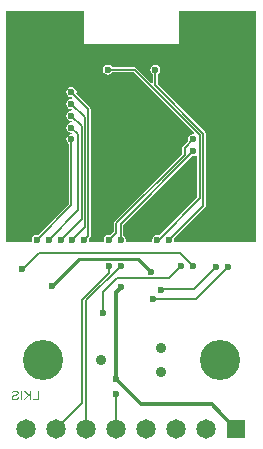
<source format=gbl>
G04*
G04 #@! TF.GenerationSoftware,Altium Limited,Altium Designer,21.6.4 (81)*
G04*
G04 Layer_Physical_Order=4*
G04 Layer_Color=16711680*
%FSLAX44Y44*%
%MOMM*%
G71*
G04*
G04 #@! TF.SameCoordinates,F5FF2EED-A301-45B2-9F22-88543F1AE188*
G04*
G04*
G04 #@! TF.FilePolarity,Positive*
G04*
G01*
G75*
%ADD10C,0.2540*%
%ADD42C,0.1520*%
%ADD43C,0.3500*%
%ADD44C,0.9000*%
%ADD45C,1.6500*%
%ADD46R,1.6500X1.6500*%
%ADD47C,3.4000*%
%ADD48C,0.6000*%
G36*
X215922Y200000D02*
X147210D01*
X146208Y201270D01*
X146354Y202000D01*
X146117Y203190D01*
X172504Y229576D01*
X172952Y230248D01*
X173110Y231040D01*
Y291960D01*
X172952Y292752D01*
X172504Y293424D01*
X132320Y333607D01*
Y342248D01*
X133329Y342921D01*
X134272Y344334D01*
X134604Y346000D01*
X134272Y347666D01*
X133329Y349078D01*
X131916Y350022D01*
X130250Y350354D01*
X128584Y350022D01*
X127171Y349078D01*
X126228Y347666D01*
X125896Y346000D01*
X126228Y344334D01*
X127171Y342921D01*
X128180Y342248D01*
Y335107D01*
X127007Y334621D01*
X114164Y347463D01*
X113493Y347912D01*
X112701Y348070D01*
X94003D01*
X93329Y349078D01*
X91916Y350022D01*
X90250Y350354D01*
X88584Y350022D01*
X87171Y349078D01*
X86228Y347666D01*
X85896Y346000D01*
X86228Y344334D01*
X87171Y342921D01*
X88584Y341978D01*
X90250Y341646D01*
X91916Y341978D01*
X93329Y342921D01*
X94003Y343930D01*
X111844D01*
X163342Y292431D01*
X162717Y291261D01*
X162250Y291354D01*
X160584Y291022D01*
X159171Y290079D01*
X158228Y288666D01*
X157896Y287000D01*
X158133Y285810D01*
X153536Y281213D01*
X153088Y280542D01*
X152930Y279750D01*
Y274857D01*
X95536Y217463D01*
X95088Y216792D01*
X94930Y216000D01*
Y208857D01*
X92190Y206117D01*
X91000Y206354D01*
X89334Y206022D01*
X87921Y205079D01*
X86978Y203666D01*
X86646Y202000D01*
X86792Y201270D01*
X85790Y200000D01*
X75210D01*
X74208Y201270D01*
X74354Y202000D01*
X74117Y203190D01*
X74834Y203906D01*
X75282Y204578D01*
X75440Y205370D01*
Y312880D01*
X75282Y313672D01*
X74834Y314343D01*
X63367Y325810D01*
X63604Y327000D01*
X63272Y328666D01*
X62329Y330079D01*
X60916Y331022D01*
X59250Y331354D01*
X57584Y331022D01*
X56171Y330079D01*
X55228Y328666D01*
X54896Y327000D01*
X55228Y325334D01*
X56171Y323922D01*
X57584Y322978D01*
X59250Y322646D01*
X59839Y322763D01*
X60040Y322491D01*
X59312Y321341D01*
X59250Y321354D01*
X57584Y321022D01*
X56171Y320079D01*
X55228Y318666D01*
X54896Y317000D01*
X55228Y315334D01*
X56171Y313922D01*
X57584Y312978D01*
X59250Y312646D01*
X59839Y312763D01*
X60040Y312491D01*
X59312Y311341D01*
X59250Y311354D01*
X57584Y311022D01*
X56171Y310079D01*
X55228Y308666D01*
X54896Y307000D01*
X55228Y305334D01*
X56171Y303922D01*
X57584Y302978D01*
X59250Y302646D01*
X59838Y302763D01*
X60040Y302491D01*
X59312Y301341D01*
X59250Y301354D01*
X57584Y301022D01*
X56171Y300079D01*
X55228Y298666D01*
X54896Y297000D01*
X55228Y295334D01*
X56171Y293922D01*
X57584Y292978D01*
X59250Y292646D01*
X59839Y292763D01*
X60040Y292491D01*
X59312Y291341D01*
X59250Y291354D01*
X57584Y291022D01*
X56171Y290079D01*
X55228Y288666D01*
X54896Y287000D01*
X55228Y285334D01*
X56171Y283922D01*
X57180Y283248D01*
Y232107D01*
X31190Y206117D01*
X30000Y206354D01*
X28334Y206022D01*
X26922Y205079D01*
X25978Y203666D01*
X25646Y202000D01*
X25792Y201270D01*
X24790Y200000D01*
X4078D01*
X4078Y395922D01*
X70000D01*
Y368000D01*
X150000D01*
Y395922D01*
X215922D01*
Y200000D01*
D02*
G37*
G36*
X165930Y272796D02*
Y237857D01*
X133923Y205850D01*
X133666Y206022D01*
X132000Y206354D01*
X130334Y206022D01*
X128921Y205079D01*
X127978Y203666D01*
X127646Y202000D01*
X127792Y201270D01*
X126790Y200000D01*
X106210D01*
X105208Y201270D01*
X105354Y202000D01*
X105022Y203666D01*
X104079Y205079D01*
X103070Y205753D01*
Y214843D01*
X161101Y272875D01*
X162250Y272646D01*
X163916Y272978D01*
X164660Y273475D01*
X165930Y272796D01*
D02*
G37*
G36*
X25397Y66135D02*
X24323D01*
Y68951D01*
X22997Y70230D01*
X20104Y66135D01*
X18685D01*
X22246Y70958D01*
X18831Y74255D01*
X20292D01*
X24323Y70224D01*
Y74255D01*
X25397D01*
Y66135D01*
D02*
G37*
G36*
X31704D02*
X26635D01*
Y67091D01*
X30631D01*
Y74255D01*
X31704D01*
Y66135D01*
D02*
G37*
G36*
X17611D02*
X16537D01*
Y74255D01*
X17611D01*
Y66135D01*
D02*
G37*
G36*
X11996Y74390D02*
X12142Y74384D01*
X12283Y74373D01*
X12424Y74355D01*
X12553Y74332D01*
X12676Y74308D01*
X12788Y74285D01*
X12893Y74255D01*
X12993Y74232D01*
X13081Y74203D01*
X13152Y74179D01*
X13216Y74162D01*
X13269Y74138D01*
X13304Y74126D01*
X13328Y74120D01*
X13333Y74115D01*
X13457Y74062D01*
X13568Y74003D01*
X13674Y73939D01*
X13773Y73874D01*
X13867Y73804D01*
X13950Y73739D01*
X14026Y73669D01*
X14090Y73604D01*
X14149Y73545D01*
X14202Y73487D01*
X14249Y73440D01*
X14284Y73393D01*
X14313Y73358D01*
X14331Y73328D01*
X14343Y73311D01*
X14348Y73305D01*
X14407Y73205D01*
X14460Y73099D01*
X14507Y73000D01*
X14548Y72900D01*
X14583Y72800D01*
X14613Y72706D01*
X14630Y72618D01*
X14654Y72530D01*
X14665Y72448D01*
X14677Y72378D01*
X14683Y72313D01*
X14689Y72260D01*
X14695Y72214D01*
Y72184D01*
Y72161D01*
Y72155D01*
X14689Y72049D01*
X14683Y71950D01*
X14648Y71762D01*
X14607Y71592D01*
X14577Y71515D01*
X14554Y71439D01*
X14525Y71375D01*
X14501Y71316D01*
X14478Y71269D01*
X14454Y71228D01*
X14437Y71193D01*
X14425Y71169D01*
X14419Y71152D01*
X14413Y71146D01*
X14354Y71064D01*
X14296Y70981D01*
X14155Y70835D01*
X14014Y70706D01*
X13873Y70600D01*
X13803Y70553D01*
X13744Y70512D01*
X13685Y70471D01*
X13639Y70442D01*
X13598Y70418D01*
X13568Y70401D01*
X13551Y70395D01*
X13545Y70389D01*
X13451Y70342D01*
X13351Y70301D01*
X13234Y70254D01*
X13111Y70207D01*
X12852Y70119D01*
X12594Y70043D01*
X12477Y70007D01*
X12359Y69978D01*
X12254Y69949D01*
X12166Y69925D01*
X12090Y69908D01*
X12031Y69890D01*
X12013Y69884D01*
X11996D01*
X11990Y69878D01*
X11984D01*
X11784Y69831D01*
X11603Y69784D01*
X11432Y69743D01*
X11286Y69702D01*
X11151Y69667D01*
X11034Y69638D01*
X10934Y69608D01*
X10840Y69579D01*
X10764Y69556D01*
X10699Y69538D01*
X10652Y69520D01*
X10611Y69509D01*
X10576Y69497D01*
X10558Y69491D01*
X10546Y69485D01*
X10541D01*
X10447Y69444D01*
X10365Y69409D01*
X10282Y69368D01*
X10212Y69327D01*
X10142Y69286D01*
X10083Y69245D01*
X10030Y69204D01*
X9983Y69168D01*
X9942Y69133D01*
X9907Y69098D01*
X9848Y69045D01*
X9819Y69010D01*
X9807Y69004D01*
Y68998D01*
X9731Y68887D01*
X9672Y68775D01*
X9631Y68664D01*
X9608Y68564D01*
X9590Y68470D01*
X9584Y68435D01*
Y68400D01*
X9578Y68370D01*
Y68353D01*
Y68341D01*
Y68335D01*
X9590Y68200D01*
X9614Y68065D01*
X9655Y67948D01*
X9696Y67848D01*
X9737Y67760D01*
X9760Y67725D01*
X9778Y67696D01*
X9790Y67672D01*
X9801Y67655D01*
X9813Y67643D01*
Y67637D01*
X9907Y67526D01*
X10018Y67426D01*
X10136Y67338D01*
X10247Y67267D01*
X10353Y67214D01*
X10394Y67191D01*
X10435Y67174D01*
X10464Y67156D01*
X10488Y67144D01*
X10505Y67138D01*
X10511D01*
X10693Y67080D01*
X10875Y67033D01*
X11057Y67003D01*
X11227Y66980D01*
X11303Y66974D01*
X11374Y66968D01*
X11432Y66962D01*
X11485D01*
X11532Y66956D01*
X11591D01*
X11843Y66968D01*
X12078Y66992D01*
X12189Y67015D01*
X12289Y67033D01*
X12389Y67056D01*
X12477Y67080D01*
X12553Y67097D01*
X12629Y67121D01*
X12688Y67144D01*
X12741Y67162D01*
X12782Y67174D01*
X12817Y67185D01*
X12835Y67197D01*
X12841D01*
X12940Y67244D01*
X13034Y67291D01*
X13122Y67344D01*
X13198Y67396D01*
X13275Y67449D01*
X13339Y67502D01*
X13404Y67555D01*
X13457Y67602D01*
X13504Y67649D01*
X13545Y67690D01*
X13580Y67725D01*
X13603Y67760D01*
X13627Y67790D01*
X13644Y67807D01*
X13650Y67819D01*
X13656Y67825D01*
X13744Y67983D01*
X13815Y68148D01*
X13873Y68318D01*
X13914Y68476D01*
X13932Y68552D01*
X13950Y68617D01*
X13961Y68681D01*
X13967Y68734D01*
X13979Y68775D01*
Y68805D01*
X13985Y68828D01*
Y68834D01*
X15000Y68746D01*
X14994Y68593D01*
X14976Y68447D01*
X14953Y68306D01*
X14923Y68171D01*
X14888Y68048D01*
X14853Y67924D01*
X14812Y67813D01*
X14771Y67707D01*
X14736Y67614D01*
X14695Y67531D01*
X14660Y67461D01*
X14624Y67396D01*
X14601Y67350D01*
X14577Y67314D01*
X14566Y67291D01*
X14560Y67285D01*
X14478Y67168D01*
X14390Y67056D01*
X14296Y66956D01*
X14196Y66863D01*
X14102Y66775D01*
X14002Y66692D01*
X13908Y66622D01*
X13815Y66557D01*
X13733Y66505D01*
X13650Y66452D01*
X13580Y66411D01*
X13515Y66375D01*
X13463Y66352D01*
X13427Y66334D01*
X13398Y66323D01*
X13392Y66317D01*
X13251Y66264D01*
X13099Y66211D01*
X12946Y66170D01*
X12788Y66135D01*
X12477Y66076D01*
X12330Y66059D01*
X12189Y66041D01*
X12054Y66029D01*
X11931Y66018D01*
X11820Y66012D01*
X11726Y66006D01*
X11650Y66000D01*
X11544D01*
X11386Y66006D01*
X11227Y66012D01*
X11075Y66029D01*
X10934Y66047D01*
X10799Y66076D01*
X10670Y66100D01*
X10546Y66129D01*
X10435Y66158D01*
X10335Y66188D01*
X10247Y66217D01*
X10171Y66246D01*
X10106Y66270D01*
X10054Y66287D01*
X10013Y66305D01*
X9989Y66311D01*
X9983Y66317D01*
X9854Y66381D01*
X9737Y66446D01*
X9625Y66516D01*
X9525Y66587D01*
X9432Y66663D01*
X9344Y66739D01*
X9262Y66810D01*
X9191Y66880D01*
X9127Y66945D01*
X9074Y67003D01*
X9027Y67062D01*
X8992Y67109D01*
X8962Y67150D01*
X8939Y67179D01*
X8927Y67197D01*
X8921Y67203D01*
X8857Y67314D01*
X8798Y67420D01*
X8745Y67531D01*
X8704Y67637D01*
X8669Y67743D01*
X8640Y67842D01*
X8610Y67942D01*
X8593Y68030D01*
X8575Y68118D01*
X8563Y68194D01*
X8557Y68259D01*
X8551Y68318D01*
X8546Y68365D01*
Y68400D01*
Y68423D01*
Y68429D01*
X8551Y68552D01*
X8557Y68664D01*
X8575Y68775D01*
X8598Y68881D01*
X8622Y68987D01*
X8651Y69080D01*
X8687Y69168D01*
X8716Y69250D01*
X8745Y69321D01*
X8780Y69385D01*
X8810Y69444D01*
X8833Y69491D01*
X8857Y69526D01*
X8868Y69556D01*
X8880Y69573D01*
X8886Y69579D01*
X8956Y69673D01*
X9027Y69761D01*
X9191Y69925D01*
X9367Y70066D01*
X9455Y70131D01*
X9537Y70184D01*
X9619Y70236D01*
X9696Y70283D01*
X9760Y70318D01*
X9819Y70354D01*
X9866Y70377D01*
X9907Y70395D01*
X9930Y70406D01*
X9936Y70412D01*
X10036Y70453D01*
X10153Y70494D01*
X10282Y70541D01*
X10423Y70582D01*
X10570Y70629D01*
X10717Y70670D01*
X11016Y70747D01*
X11157Y70788D01*
X11292Y70817D01*
X11415Y70847D01*
X11520Y70876D01*
X11609Y70893D01*
X11644Y70905D01*
X11673Y70911D01*
X11696Y70917D01*
X11714D01*
X11726Y70923D01*
X11732D01*
X11966Y70981D01*
X12178Y71034D01*
X12365Y71087D01*
X12536Y71140D01*
X12682Y71193D01*
X12817Y71240D01*
X12929Y71287D01*
X13028Y71328D01*
X13111Y71369D01*
X13175Y71404D01*
X13234Y71433D01*
X13275Y71462D01*
X13310Y71480D01*
X13328Y71498D01*
X13339Y71504D01*
X13345Y71509D01*
X13398Y71562D01*
X13445Y71621D01*
X13492Y71680D01*
X13527Y71744D01*
X13580Y71862D01*
X13615Y71979D01*
X13639Y72079D01*
X13644Y72120D01*
X13650Y72161D01*
X13656Y72190D01*
Y72214D01*
Y72225D01*
Y72231D01*
X13650Y72325D01*
X13639Y72413D01*
X13615Y72501D01*
X13586Y72577D01*
X13515Y72724D01*
X13474Y72794D01*
X13433Y72853D01*
X13392Y72906D01*
X13357Y72953D01*
X13316Y72994D01*
X13286Y73029D01*
X13257Y73059D01*
X13234Y73076D01*
X13222Y73088D01*
X13216Y73094D01*
X13128Y73158D01*
X13028Y73211D01*
X12917Y73258D01*
X12805Y73299D01*
X12688Y73334D01*
X12571Y73364D01*
X12336Y73405D01*
X12230Y73422D01*
X12125Y73434D01*
X12037Y73440D01*
X11955Y73446D01*
X11890Y73452D01*
X11796D01*
X11626Y73446D01*
X11468Y73434D01*
X11321Y73416D01*
X11180Y73393D01*
X11057Y73358D01*
X10940Y73328D01*
X10834Y73293D01*
X10740Y73258D01*
X10658Y73217D01*
X10588Y73182D01*
X10529Y73152D01*
X10476Y73123D01*
X10435Y73094D01*
X10411Y73076D01*
X10394Y73064D01*
X10388Y73059D01*
X10306Y72982D01*
X10230Y72894D01*
X10159Y72806D01*
X10101Y72712D01*
X10048Y72613D01*
X10001Y72519D01*
X9960Y72425D01*
X9930Y72331D01*
X9901Y72243D01*
X9878Y72161D01*
X9860Y72084D01*
X9848Y72026D01*
X9837Y71973D01*
X9831Y71932D01*
X9825Y71908D01*
Y71897D01*
X8792Y71973D01*
X8804Y72102D01*
X8816Y72231D01*
X8839Y72354D01*
X8868Y72472D01*
X8898Y72583D01*
X8933Y72689D01*
X8968Y72789D01*
X9003Y72877D01*
X9044Y72959D01*
X9074Y73029D01*
X9109Y73094D01*
X9138Y73147D01*
X9162Y73188D01*
X9179Y73223D01*
X9191Y73240D01*
X9197Y73246D01*
X9267Y73352D01*
X9349Y73446D01*
X9432Y73540D01*
X9520Y73622D01*
X9608Y73698D01*
X9696Y73768D01*
X9778Y73833D01*
X9866Y73886D01*
X9942Y73939D01*
X10018Y73980D01*
X10083Y74021D01*
X10142Y74050D01*
X10188Y74074D01*
X10224Y74091D01*
X10247Y74097D01*
X10253Y74103D01*
X10382Y74156D01*
X10517Y74203D01*
X10652Y74238D01*
X10793Y74273D01*
X11057Y74326D01*
X11186Y74343D01*
X11303Y74361D01*
X11421Y74373D01*
X11520Y74379D01*
X11614Y74390D01*
X11691D01*
X11755Y74396D01*
X11843D01*
X11996Y74390D01*
D02*
G37*
D10*
X126970Y175030D02*
X127000D01*
X116000Y186000D02*
X126970Y175030D01*
X66000Y186000D02*
X116000D01*
X43000Y163000D02*
X66000Y186000D01*
D42*
X97275Y42225D02*
Y71225D01*
X97250Y71250D02*
X97275Y71225D01*
Y42225D02*
X97300Y42200D01*
X86000Y140000D02*
Y158000D01*
X98000Y170000D01*
X141937D02*
X151961Y180024D01*
X98000Y170000D02*
X141937D01*
X135384Y159330D02*
Y159616D01*
X135000Y160000D02*
X163000D01*
X135000D02*
X135384Y159616D01*
X163000Y160000D02*
X182000Y179000D01*
X165000Y152000D02*
X192000Y179000D01*
X128000Y152000D02*
X165000D01*
X151000Y191000D02*
X162000Y180000D01*
X168000Y237000D02*
Y290701D01*
X132000Y202000D02*
X133000D01*
X168000Y237000D01*
X70580Y212580D02*
Y305670D01*
X40000Y202000D02*
X65000Y227000D01*
X60000Y202000D02*
X70580Y212580D01*
X67790Y219790D02*
Y298460D01*
X59250Y297000D02*
X65000Y291250D01*
X59250Y307000D02*
X67790Y298460D01*
X59250Y317000D02*
X70580Y305670D01*
X50000Y202000D02*
X67790Y219790D01*
X65000Y227000D02*
Y291250D01*
X59250Y231250D02*
Y287000D01*
X130250Y332750D02*
Y346000D01*
Y332750D02*
X171040Y291960D01*
Y231040D02*
Y291960D01*
X90250Y346000D02*
X112701D01*
X168000Y290701D01*
X70000Y202000D02*
X73370Y205370D01*
X30000Y202000D02*
X59250Y231250D01*
X73370Y205370D02*
Y312880D01*
X59250Y327000D02*
X73370Y312880D01*
X97000Y216000D02*
X155000Y274000D01*
Y279750D01*
X162250Y287000D01*
X97000Y208000D02*
Y216000D01*
X101000Y202000D02*
Y215701D01*
X162250Y276951D01*
Y277000D01*
X142000Y202000D02*
X171040Y231040D01*
X91000Y202000D02*
X97000Y208000D01*
X17800Y177000D02*
X18000D01*
X32000Y191000D02*
X151000D01*
X18000Y177000D02*
X32000Y191000D01*
X46500Y42200D02*
X68000Y63700D01*
Y151299D01*
X91000Y174299D01*
X71900Y42200D02*
Y150900D01*
X91000Y174299D02*
Y180000D01*
X71900Y150900D02*
X101000Y180000D01*
D43*
X97000Y157572D02*
X101000Y161572D01*
Y161970D01*
X97000Y84000D02*
X118000Y63000D01*
X186200Y54900D02*
X198900Y42200D01*
X178100Y63000D02*
X186200Y54900D01*
Y54900D02*
Y54900D01*
X118000Y63000D02*
X178100D01*
X97000Y84000D02*
Y157572D01*
D44*
X135400Y89840D02*
D03*
Y110160D02*
D03*
X84600Y100000D02*
D03*
D45*
X21100Y42200D02*
D03*
X46500D02*
D03*
X148100D02*
D03*
X173500D02*
D03*
X122700D02*
D03*
X97300D02*
D03*
X71900D02*
D03*
D46*
X198900D02*
D03*
D47*
X35000Y100000D02*
D03*
X185000D02*
D03*
D48*
X97250Y71250D02*
D03*
X113000Y338000D02*
D03*
X103000D02*
D03*
X81000Y268000D02*
D03*
X139000D02*
D03*
X122000Y345000D02*
D03*
X93000Y338000D02*
D03*
Y318000D02*
D03*
X126000Y296000D02*
D03*
X94000Y295000D02*
D03*
X21000Y204000D02*
D03*
X109000Y215000D02*
D03*
X190000Y206000D02*
D03*
X8000Y215000D02*
D03*
Y204000D02*
D03*
X81000Y205000D02*
D03*
X115000Y204000D02*
D03*
X123000D02*
D03*
X212000D02*
D03*
Y215000D02*
D03*
Y227000D02*
D03*
Y242000D02*
D03*
Y257000D02*
D03*
Y272000D02*
D03*
Y287000D02*
D03*
Y302000D02*
D03*
Y317000D02*
D03*
Y332000D02*
D03*
Y347000D02*
D03*
Y362000D02*
D03*
Y377000D02*
D03*
Y392000D02*
D03*
X203000D02*
D03*
Y377000D02*
D03*
Y362000D02*
D03*
Y347000D02*
D03*
Y332000D02*
D03*
Y317000D02*
D03*
X188000Y392000D02*
D03*
Y377000D02*
D03*
Y332000D02*
D03*
Y302000D02*
D03*
Y287000D02*
D03*
Y272000D02*
D03*
Y257000D02*
D03*
Y242000D02*
D03*
Y227000D02*
D03*
X173000Y392000D02*
D03*
Y377000D02*
D03*
Y317000D02*
D03*
Y302000D02*
D03*
X158000Y377000D02*
D03*
X143000Y242000D02*
D03*
Y227000D02*
D03*
X128000Y317000D02*
D03*
Y227000D02*
D03*
X113000Y242000D02*
D03*
X98000D02*
D03*
Y227000D02*
D03*
X83000Y242000D02*
D03*
Y227000D02*
D03*
X53000Y392000D02*
D03*
Y377000D02*
D03*
Y362000D02*
D03*
Y347000D02*
D03*
Y332000D02*
D03*
Y302000D02*
D03*
Y272000D02*
D03*
Y257000D02*
D03*
Y242000D02*
D03*
X38000Y392000D02*
D03*
Y377000D02*
D03*
Y362000D02*
D03*
Y347000D02*
D03*
Y332000D02*
D03*
Y317000D02*
D03*
Y302000D02*
D03*
Y287000D02*
D03*
Y272000D02*
D03*
Y257000D02*
D03*
Y242000D02*
D03*
Y227000D02*
D03*
X23000Y392000D02*
D03*
Y377000D02*
D03*
Y362000D02*
D03*
Y347000D02*
D03*
Y332000D02*
D03*
Y317000D02*
D03*
Y302000D02*
D03*
Y287000D02*
D03*
Y272000D02*
D03*
Y257000D02*
D03*
Y242000D02*
D03*
Y227000D02*
D03*
X8000Y392000D02*
D03*
Y377000D02*
D03*
Y362000D02*
D03*
Y347000D02*
D03*
Y332000D02*
D03*
Y317000D02*
D03*
Y302000D02*
D03*
Y287000D02*
D03*
Y272000D02*
D03*
Y257000D02*
D03*
Y242000D02*
D03*
Y227000D02*
D03*
X86000Y140000D02*
D03*
X101000Y161970D02*
D03*
X127000Y175030D02*
D03*
X135384Y159330D02*
D03*
X151961Y180024D02*
D03*
X128000Y152000D02*
D03*
X182000Y179000D02*
D03*
X162000Y180000D02*
D03*
X192000Y179000D02*
D03*
X59250Y287000D02*
D03*
X162250Y277000D02*
D03*
Y287000D02*
D03*
X59250Y327000D02*
D03*
X70000Y202000D02*
D03*
X60000D02*
D03*
X50000D02*
D03*
X40000D02*
D03*
X30000D02*
D03*
X59250Y297000D02*
D03*
Y307000D02*
D03*
Y317000D02*
D03*
X101000Y202000D02*
D03*
X91000D02*
D03*
X90250Y346000D02*
D03*
X130250D02*
D03*
X132000Y202000D02*
D03*
X142000D02*
D03*
X17800Y177000D02*
D03*
X97000Y84000D02*
D03*
X91000Y180000D02*
D03*
X101000D02*
D03*
X43000Y163000D02*
D03*
M02*

</source>
